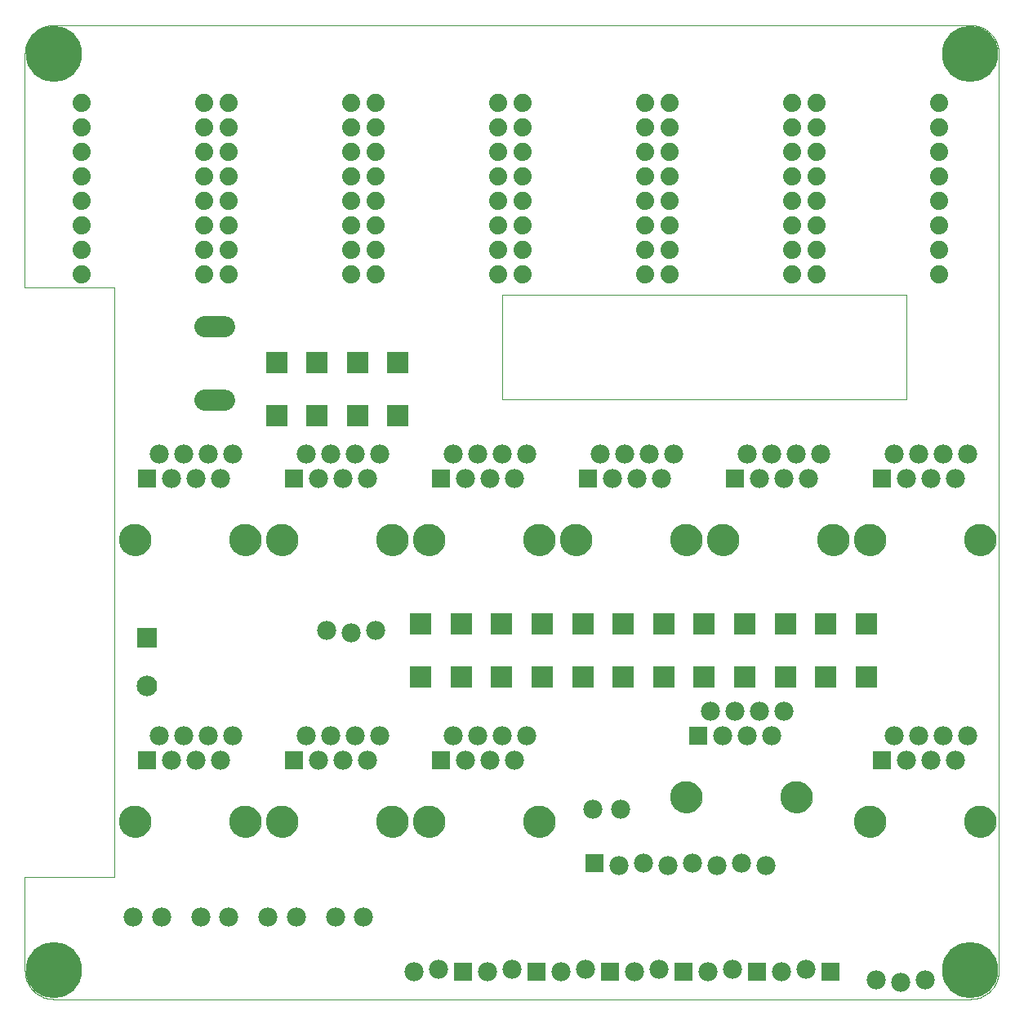
<source format=gbs>
G75*
G70*
%OFA0B0*%
%FSLAX24Y24*%
%IPPOS*%
%LPD*%
%AMOC8*
5,1,8,0,0,1.08239X$1,22.5*
%
%ADD10C,0.0040*%
%ADD11R,0.0780X0.0780*%
%ADD12C,0.0780*%
%ADD13C,0.0740*%
%ADD14C,0.0865*%
%ADD15C,0.0000*%
%ADD16C,0.1300*%
%ADD17R,0.0867X0.0867*%
%ADD18R,0.0840X0.0840*%
%ADD19C,0.0840*%
%ADD20C,0.2290*%
D10*
X001331Y000169D02*
X038733Y000169D01*
X038799Y000171D01*
X038865Y000176D01*
X038931Y000186D01*
X038996Y000199D01*
X039060Y000215D01*
X039123Y000235D01*
X039185Y000259D01*
X039245Y000286D01*
X039304Y000316D01*
X039361Y000350D01*
X039416Y000387D01*
X039469Y000427D01*
X039520Y000469D01*
X039568Y000515D01*
X039614Y000563D01*
X039656Y000614D01*
X039696Y000667D01*
X039733Y000722D01*
X039767Y000779D01*
X039797Y000838D01*
X039824Y000898D01*
X039848Y000960D01*
X039868Y001023D01*
X039884Y001087D01*
X039897Y001152D01*
X039907Y001218D01*
X039912Y001284D01*
X039914Y001350D01*
X039914Y038751D01*
X039912Y038817D01*
X039907Y038883D01*
X039897Y038949D01*
X039884Y039014D01*
X039868Y039078D01*
X039848Y039141D01*
X039824Y039203D01*
X039797Y039263D01*
X039767Y039322D01*
X039733Y039379D01*
X039696Y039434D01*
X039656Y039487D01*
X039614Y039538D01*
X039568Y039586D01*
X039520Y039632D01*
X039469Y039674D01*
X039416Y039714D01*
X039361Y039751D01*
X039304Y039785D01*
X039245Y039815D01*
X039185Y039842D01*
X039123Y039866D01*
X039060Y039886D01*
X038996Y039902D01*
X038931Y039915D01*
X038865Y039925D01*
X038799Y039930D01*
X038733Y039932D01*
X038733Y039933D02*
X001331Y039933D01*
X001331Y039932D02*
X001265Y039930D01*
X001199Y039925D01*
X001133Y039915D01*
X001068Y039902D01*
X001004Y039886D01*
X000941Y039866D01*
X000879Y039842D01*
X000819Y039815D01*
X000760Y039785D01*
X000703Y039751D01*
X000648Y039714D01*
X000595Y039674D01*
X000544Y039632D01*
X000496Y039586D01*
X000450Y039538D01*
X000408Y039487D01*
X000368Y039434D01*
X000331Y039379D01*
X000297Y039322D01*
X000267Y039263D01*
X000240Y039203D01*
X000216Y039141D01*
X000196Y039078D01*
X000180Y039014D01*
X000167Y038949D01*
X000157Y038883D01*
X000152Y038817D01*
X000150Y038751D01*
X000150Y029205D01*
X003792Y029205D01*
X003792Y005147D01*
X000150Y005147D01*
X000150Y001350D01*
X000152Y001284D01*
X000157Y001218D01*
X000167Y001152D01*
X000180Y001087D01*
X000196Y001023D01*
X000216Y000960D01*
X000240Y000898D01*
X000267Y000838D01*
X000297Y000779D01*
X000331Y000722D01*
X000368Y000667D01*
X000408Y000614D01*
X000450Y000563D01*
X000496Y000515D01*
X000544Y000469D01*
X000595Y000427D01*
X000648Y000387D01*
X000703Y000350D01*
X000760Y000316D01*
X000819Y000286D01*
X000879Y000259D01*
X000941Y000235D01*
X001004Y000215D01*
X001068Y000199D01*
X001133Y000186D01*
X001199Y000176D01*
X001265Y000171D01*
X001331Y000169D01*
X019650Y024669D02*
X036150Y024669D01*
X036150Y028919D01*
X019650Y028919D01*
X019650Y024669D01*
D11*
X017150Y021419D03*
X011150Y021419D03*
X005150Y021419D03*
X005150Y009919D03*
X011150Y009919D03*
X017150Y009919D03*
X023400Y005719D03*
X024024Y001275D03*
X021024Y001275D03*
X018024Y001275D03*
X027024Y001275D03*
X030024Y001275D03*
X033024Y001275D03*
X035150Y009919D03*
X027650Y010919D03*
X029150Y021419D03*
X023150Y021419D03*
X035150Y021419D03*
D12*
X036150Y021419D03*
X035650Y022419D03*
X036650Y022419D03*
X037150Y021419D03*
X038150Y021419D03*
X037650Y022419D03*
X038650Y022419D03*
X032650Y022419D03*
X032150Y021419D03*
X031150Y021419D03*
X030650Y022419D03*
X031650Y022419D03*
X030150Y021419D03*
X029650Y022419D03*
X026650Y022419D03*
X026150Y021419D03*
X025150Y021419D03*
X024650Y022419D03*
X025650Y022419D03*
X024150Y021419D03*
X023650Y022419D03*
X020650Y022419D03*
X020150Y021419D03*
X019650Y022419D03*
X018650Y022419D03*
X018150Y021419D03*
X019150Y021419D03*
X017650Y022419D03*
X014650Y022419D03*
X014150Y021419D03*
X013650Y022419D03*
X012650Y022419D03*
X012150Y021419D03*
X013150Y021419D03*
X011650Y022419D03*
X008650Y022419D03*
X008150Y021419D03*
X007650Y022419D03*
X006650Y022419D03*
X005650Y022419D03*
X006150Y021419D03*
X007150Y021419D03*
X012463Y015219D03*
X013463Y015119D03*
X014463Y015219D03*
X014650Y010919D03*
X013650Y010919D03*
X012650Y010919D03*
X011650Y010919D03*
X012150Y009919D03*
X013150Y009919D03*
X014150Y009919D03*
X017650Y010919D03*
X018650Y010919D03*
X019650Y010919D03*
X020650Y010919D03*
X020150Y009919D03*
X019150Y009919D03*
X018150Y009919D03*
X023330Y007919D03*
X024470Y007919D03*
X025400Y005719D03*
X026400Y005619D03*
X027400Y005719D03*
X028400Y005619D03*
X029400Y005719D03*
X030400Y005619D03*
X031024Y001275D03*
X032024Y001375D03*
X034900Y000969D03*
X035900Y000869D03*
X036900Y000969D03*
X029024Y001375D03*
X028024Y001275D03*
X026024Y001375D03*
X025024Y001275D03*
X023024Y001375D03*
X022024Y001275D03*
X020024Y001375D03*
X019024Y001275D03*
X017024Y001375D03*
X016024Y001275D03*
X013970Y003519D03*
X012830Y003519D03*
X011220Y003519D03*
X010080Y003519D03*
X008470Y003519D03*
X007330Y003519D03*
X005720Y003519D03*
X004580Y003519D03*
X006150Y009919D03*
X007150Y009919D03*
X008150Y009919D03*
X007650Y010919D03*
X006650Y010919D03*
X005650Y010919D03*
X008650Y010919D03*
X024400Y005619D03*
X028650Y010919D03*
X029650Y010919D03*
X029150Y011919D03*
X030150Y011919D03*
X030650Y010919D03*
X031150Y011919D03*
X028150Y011919D03*
X035650Y010919D03*
X036650Y010919D03*
X037650Y010919D03*
X038650Y010919D03*
X038150Y009919D03*
X037150Y009919D03*
X036150Y009919D03*
D13*
X037478Y029750D03*
X037478Y030750D03*
X037478Y031750D03*
X037478Y032750D03*
X037478Y033750D03*
X037478Y034750D03*
X037478Y035750D03*
X037478Y036750D03*
X032478Y036750D03*
X031478Y036750D03*
X031478Y035750D03*
X031478Y034750D03*
X032478Y034750D03*
X032478Y035750D03*
X032478Y033750D03*
X031478Y033750D03*
X031478Y032750D03*
X032478Y032750D03*
X032478Y031750D03*
X031478Y031750D03*
X031478Y030750D03*
X032478Y030750D03*
X032478Y029750D03*
X031478Y029750D03*
X026478Y029750D03*
X025478Y029750D03*
X025478Y030750D03*
X025478Y031750D03*
X026478Y031750D03*
X026478Y030750D03*
X026478Y032750D03*
X025478Y032750D03*
X025478Y033750D03*
X026478Y033750D03*
X026478Y034750D03*
X025478Y034750D03*
X025478Y035750D03*
X026478Y035750D03*
X026478Y036750D03*
X025478Y036750D03*
X020478Y036750D03*
X019478Y036750D03*
X019478Y035750D03*
X019478Y034750D03*
X020478Y034750D03*
X020478Y035750D03*
X020478Y033750D03*
X019478Y033750D03*
X019478Y032750D03*
X020478Y032750D03*
X020478Y031750D03*
X019478Y031750D03*
X019478Y030750D03*
X020478Y030750D03*
X020478Y029750D03*
X019478Y029750D03*
X014478Y029750D03*
X013478Y029750D03*
X013478Y030750D03*
X013478Y031750D03*
X014478Y031750D03*
X014478Y030750D03*
X014478Y032750D03*
X013478Y032750D03*
X013478Y033750D03*
X014478Y033750D03*
X014478Y034750D03*
X013478Y034750D03*
X013478Y035750D03*
X014478Y035750D03*
X014478Y036750D03*
X013478Y036750D03*
X008478Y036750D03*
X007481Y036750D03*
X007481Y035750D03*
X007481Y034750D03*
X008478Y034750D03*
X008478Y035750D03*
X008478Y033750D03*
X008478Y032750D03*
X007481Y032750D03*
X007481Y033750D03*
X007481Y031750D03*
X007481Y030750D03*
X008478Y030750D03*
X008478Y031750D03*
X008478Y029750D03*
X007481Y029750D03*
X002481Y029750D03*
X002481Y030750D03*
X002481Y031750D03*
X002481Y032750D03*
X002481Y033750D03*
X002481Y034750D03*
X002481Y035750D03*
X002481Y036750D03*
D14*
X007488Y027606D02*
X008313Y027606D01*
X008313Y024606D02*
X007488Y024606D01*
D15*
X008520Y018919D02*
X008522Y018969D01*
X008528Y019019D01*
X008538Y019068D01*
X008552Y019116D01*
X008569Y019163D01*
X008590Y019208D01*
X008615Y019252D01*
X008643Y019293D01*
X008675Y019332D01*
X008709Y019369D01*
X008746Y019403D01*
X008786Y019433D01*
X008828Y019460D01*
X008872Y019484D01*
X008918Y019505D01*
X008965Y019521D01*
X009013Y019534D01*
X009063Y019543D01*
X009112Y019548D01*
X009163Y019549D01*
X009213Y019546D01*
X009262Y019539D01*
X009311Y019528D01*
X009359Y019513D01*
X009405Y019495D01*
X009450Y019473D01*
X009493Y019447D01*
X009534Y019418D01*
X009573Y019386D01*
X009609Y019351D01*
X009641Y019313D01*
X009671Y019273D01*
X009698Y019230D01*
X009721Y019186D01*
X009740Y019140D01*
X009756Y019092D01*
X009768Y019043D01*
X009776Y018994D01*
X009780Y018944D01*
X009780Y018894D01*
X009776Y018844D01*
X009768Y018795D01*
X009756Y018746D01*
X009740Y018698D01*
X009721Y018652D01*
X009698Y018608D01*
X009671Y018565D01*
X009641Y018525D01*
X009609Y018487D01*
X009573Y018452D01*
X009534Y018420D01*
X009493Y018391D01*
X009450Y018365D01*
X009405Y018343D01*
X009359Y018325D01*
X009311Y018310D01*
X009262Y018299D01*
X009213Y018292D01*
X009163Y018289D01*
X009112Y018290D01*
X009063Y018295D01*
X009013Y018304D01*
X008965Y018317D01*
X008918Y018333D01*
X008872Y018354D01*
X008828Y018378D01*
X008786Y018405D01*
X008746Y018435D01*
X008709Y018469D01*
X008675Y018506D01*
X008643Y018545D01*
X008615Y018586D01*
X008590Y018630D01*
X008569Y018675D01*
X008552Y018722D01*
X008538Y018770D01*
X008528Y018819D01*
X008522Y018869D01*
X008520Y018919D01*
X010020Y018919D02*
X010022Y018969D01*
X010028Y019019D01*
X010038Y019068D01*
X010052Y019116D01*
X010069Y019163D01*
X010090Y019208D01*
X010115Y019252D01*
X010143Y019293D01*
X010175Y019332D01*
X010209Y019369D01*
X010246Y019403D01*
X010286Y019433D01*
X010328Y019460D01*
X010372Y019484D01*
X010418Y019505D01*
X010465Y019521D01*
X010513Y019534D01*
X010563Y019543D01*
X010612Y019548D01*
X010663Y019549D01*
X010713Y019546D01*
X010762Y019539D01*
X010811Y019528D01*
X010859Y019513D01*
X010905Y019495D01*
X010950Y019473D01*
X010993Y019447D01*
X011034Y019418D01*
X011073Y019386D01*
X011109Y019351D01*
X011141Y019313D01*
X011171Y019273D01*
X011198Y019230D01*
X011221Y019186D01*
X011240Y019140D01*
X011256Y019092D01*
X011268Y019043D01*
X011276Y018994D01*
X011280Y018944D01*
X011280Y018894D01*
X011276Y018844D01*
X011268Y018795D01*
X011256Y018746D01*
X011240Y018698D01*
X011221Y018652D01*
X011198Y018608D01*
X011171Y018565D01*
X011141Y018525D01*
X011109Y018487D01*
X011073Y018452D01*
X011034Y018420D01*
X010993Y018391D01*
X010950Y018365D01*
X010905Y018343D01*
X010859Y018325D01*
X010811Y018310D01*
X010762Y018299D01*
X010713Y018292D01*
X010663Y018289D01*
X010612Y018290D01*
X010563Y018295D01*
X010513Y018304D01*
X010465Y018317D01*
X010418Y018333D01*
X010372Y018354D01*
X010328Y018378D01*
X010286Y018405D01*
X010246Y018435D01*
X010209Y018469D01*
X010175Y018506D01*
X010143Y018545D01*
X010115Y018586D01*
X010090Y018630D01*
X010069Y018675D01*
X010052Y018722D01*
X010038Y018770D01*
X010028Y018819D01*
X010022Y018869D01*
X010020Y018919D01*
X014520Y018919D02*
X014522Y018969D01*
X014528Y019019D01*
X014538Y019068D01*
X014552Y019116D01*
X014569Y019163D01*
X014590Y019208D01*
X014615Y019252D01*
X014643Y019293D01*
X014675Y019332D01*
X014709Y019369D01*
X014746Y019403D01*
X014786Y019433D01*
X014828Y019460D01*
X014872Y019484D01*
X014918Y019505D01*
X014965Y019521D01*
X015013Y019534D01*
X015063Y019543D01*
X015112Y019548D01*
X015163Y019549D01*
X015213Y019546D01*
X015262Y019539D01*
X015311Y019528D01*
X015359Y019513D01*
X015405Y019495D01*
X015450Y019473D01*
X015493Y019447D01*
X015534Y019418D01*
X015573Y019386D01*
X015609Y019351D01*
X015641Y019313D01*
X015671Y019273D01*
X015698Y019230D01*
X015721Y019186D01*
X015740Y019140D01*
X015756Y019092D01*
X015768Y019043D01*
X015776Y018994D01*
X015780Y018944D01*
X015780Y018894D01*
X015776Y018844D01*
X015768Y018795D01*
X015756Y018746D01*
X015740Y018698D01*
X015721Y018652D01*
X015698Y018608D01*
X015671Y018565D01*
X015641Y018525D01*
X015609Y018487D01*
X015573Y018452D01*
X015534Y018420D01*
X015493Y018391D01*
X015450Y018365D01*
X015405Y018343D01*
X015359Y018325D01*
X015311Y018310D01*
X015262Y018299D01*
X015213Y018292D01*
X015163Y018289D01*
X015112Y018290D01*
X015063Y018295D01*
X015013Y018304D01*
X014965Y018317D01*
X014918Y018333D01*
X014872Y018354D01*
X014828Y018378D01*
X014786Y018405D01*
X014746Y018435D01*
X014709Y018469D01*
X014675Y018506D01*
X014643Y018545D01*
X014615Y018586D01*
X014590Y018630D01*
X014569Y018675D01*
X014552Y018722D01*
X014538Y018770D01*
X014528Y018819D01*
X014522Y018869D01*
X014520Y018919D01*
X016020Y018919D02*
X016022Y018969D01*
X016028Y019019D01*
X016038Y019068D01*
X016052Y019116D01*
X016069Y019163D01*
X016090Y019208D01*
X016115Y019252D01*
X016143Y019293D01*
X016175Y019332D01*
X016209Y019369D01*
X016246Y019403D01*
X016286Y019433D01*
X016328Y019460D01*
X016372Y019484D01*
X016418Y019505D01*
X016465Y019521D01*
X016513Y019534D01*
X016563Y019543D01*
X016612Y019548D01*
X016663Y019549D01*
X016713Y019546D01*
X016762Y019539D01*
X016811Y019528D01*
X016859Y019513D01*
X016905Y019495D01*
X016950Y019473D01*
X016993Y019447D01*
X017034Y019418D01*
X017073Y019386D01*
X017109Y019351D01*
X017141Y019313D01*
X017171Y019273D01*
X017198Y019230D01*
X017221Y019186D01*
X017240Y019140D01*
X017256Y019092D01*
X017268Y019043D01*
X017276Y018994D01*
X017280Y018944D01*
X017280Y018894D01*
X017276Y018844D01*
X017268Y018795D01*
X017256Y018746D01*
X017240Y018698D01*
X017221Y018652D01*
X017198Y018608D01*
X017171Y018565D01*
X017141Y018525D01*
X017109Y018487D01*
X017073Y018452D01*
X017034Y018420D01*
X016993Y018391D01*
X016950Y018365D01*
X016905Y018343D01*
X016859Y018325D01*
X016811Y018310D01*
X016762Y018299D01*
X016713Y018292D01*
X016663Y018289D01*
X016612Y018290D01*
X016563Y018295D01*
X016513Y018304D01*
X016465Y018317D01*
X016418Y018333D01*
X016372Y018354D01*
X016328Y018378D01*
X016286Y018405D01*
X016246Y018435D01*
X016209Y018469D01*
X016175Y018506D01*
X016143Y018545D01*
X016115Y018586D01*
X016090Y018630D01*
X016069Y018675D01*
X016052Y018722D01*
X016038Y018770D01*
X016028Y018819D01*
X016022Y018869D01*
X016020Y018919D01*
X020520Y018919D02*
X020522Y018969D01*
X020528Y019019D01*
X020538Y019068D01*
X020552Y019116D01*
X020569Y019163D01*
X020590Y019208D01*
X020615Y019252D01*
X020643Y019293D01*
X020675Y019332D01*
X020709Y019369D01*
X020746Y019403D01*
X020786Y019433D01*
X020828Y019460D01*
X020872Y019484D01*
X020918Y019505D01*
X020965Y019521D01*
X021013Y019534D01*
X021063Y019543D01*
X021112Y019548D01*
X021163Y019549D01*
X021213Y019546D01*
X021262Y019539D01*
X021311Y019528D01*
X021359Y019513D01*
X021405Y019495D01*
X021450Y019473D01*
X021493Y019447D01*
X021534Y019418D01*
X021573Y019386D01*
X021609Y019351D01*
X021641Y019313D01*
X021671Y019273D01*
X021698Y019230D01*
X021721Y019186D01*
X021740Y019140D01*
X021756Y019092D01*
X021768Y019043D01*
X021776Y018994D01*
X021780Y018944D01*
X021780Y018894D01*
X021776Y018844D01*
X021768Y018795D01*
X021756Y018746D01*
X021740Y018698D01*
X021721Y018652D01*
X021698Y018608D01*
X021671Y018565D01*
X021641Y018525D01*
X021609Y018487D01*
X021573Y018452D01*
X021534Y018420D01*
X021493Y018391D01*
X021450Y018365D01*
X021405Y018343D01*
X021359Y018325D01*
X021311Y018310D01*
X021262Y018299D01*
X021213Y018292D01*
X021163Y018289D01*
X021112Y018290D01*
X021063Y018295D01*
X021013Y018304D01*
X020965Y018317D01*
X020918Y018333D01*
X020872Y018354D01*
X020828Y018378D01*
X020786Y018405D01*
X020746Y018435D01*
X020709Y018469D01*
X020675Y018506D01*
X020643Y018545D01*
X020615Y018586D01*
X020590Y018630D01*
X020569Y018675D01*
X020552Y018722D01*
X020538Y018770D01*
X020528Y018819D01*
X020522Y018869D01*
X020520Y018919D01*
X022020Y018919D02*
X022022Y018969D01*
X022028Y019019D01*
X022038Y019068D01*
X022052Y019116D01*
X022069Y019163D01*
X022090Y019208D01*
X022115Y019252D01*
X022143Y019293D01*
X022175Y019332D01*
X022209Y019369D01*
X022246Y019403D01*
X022286Y019433D01*
X022328Y019460D01*
X022372Y019484D01*
X022418Y019505D01*
X022465Y019521D01*
X022513Y019534D01*
X022563Y019543D01*
X022612Y019548D01*
X022663Y019549D01*
X022713Y019546D01*
X022762Y019539D01*
X022811Y019528D01*
X022859Y019513D01*
X022905Y019495D01*
X022950Y019473D01*
X022993Y019447D01*
X023034Y019418D01*
X023073Y019386D01*
X023109Y019351D01*
X023141Y019313D01*
X023171Y019273D01*
X023198Y019230D01*
X023221Y019186D01*
X023240Y019140D01*
X023256Y019092D01*
X023268Y019043D01*
X023276Y018994D01*
X023280Y018944D01*
X023280Y018894D01*
X023276Y018844D01*
X023268Y018795D01*
X023256Y018746D01*
X023240Y018698D01*
X023221Y018652D01*
X023198Y018608D01*
X023171Y018565D01*
X023141Y018525D01*
X023109Y018487D01*
X023073Y018452D01*
X023034Y018420D01*
X022993Y018391D01*
X022950Y018365D01*
X022905Y018343D01*
X022859Y018325D01*
X022811Y018310D01*
X022762Y018299D01*
X022713Y018292D01*
X022663Y018289D01*
X022612Y018290D01*
X022563Y018295D01*
X022513Y018304D01*
X022465Y018317D01*
X022418Y018333D01*
X022372Y018354D01*
X022328Y018378D01*
X022286Y018405D01*
X022246Y018435D01*
X022209Y018469D01*
X022175Y018506D01*
X022143Y018545D01*
X022115Y018586D01*
X022090Y018630D01*
X022069Y018675D01*
X022052Y018722D01*
X022038Y018770D01*
X022028Y018819D01*
X022022Y018869D01*
X022020Y018919D01*
X026520Y018919D02*
X026522Y018969D01*
X026528Y019019D01*
X026538Y019068D01*
X026552Y019116D01*
X026569Y019163D01*
X026590Y019208D01*
X026615Y019252D01*
X026643Y019293D01*
X026675Y019332D01*
X026709Y019369D01*
X026746Y019403D01*
X026786Y019433D01*
X026828Y019460D01*
X026872Y019484D01*
X026918Y019505D01*
X026965Y019521D01*
X027013Y019534D01*
X027063Y019543D01*
X027112Y019548D01*
X027163Y019549D01*
X027213Y019546D01*
X027262Y019539D01*
X027311Y019528D01*
X027359Y019513D01*
X027405Y019495D01*
X027450Y019473D01*
X027493Y019447D01*
X027534Y019418D01*
X027573Y019386D01*
X027609Y019351D01*
X027641Y019313D01*
X027671Y019273D01*
X027698Y019230D01*
X027721Y019186D01*
X027740Y019140D01*
X027756Y019092D01*
X027768Y019043D01*
X027776Y018994D01*
X027780Y018944D01*
X027780Y018894D01*
X027776Y018844D01*
X027768Y018795D01*
X027756Y018746D01*
X027740Y018698D01*
X027721Y018652D01*
X027698Y018608D01*
X027671Y018565D01*
X027641Y018525D01*
X027609Y018487D01*
X027573Y018452D01*
X027534Y018420D01*
X027493Y018391D01*
X027450Y018365D01*
X027405Y018343D01*
X027359Y018325D01*
X027311Y018310D01*
X027262Y018299D01*
X027213Y018292D01*
X027163Y018289D01*
X027112Y018290D01*
X027063Y018295D01*
X027013Y018304D01*
X026965Y018317D01*
X026918Y018333D01*
X026872Y018354D01*
X026828Y018378D01*
X026786Y018405D01*
X026746Y018435D01*
X026709Y018469D01*
X026675Y018506D01*
X026643Y018545D01*
X026615Y018586D01*
X026590Y018630D01*
X026569Y018675D01*
X026552Y018722D01*
X026538Y018770D01*
X026528Y018819D01*
X026522Y018869D01*
X026520Y018919D01*
X028020Y018919D02*
X028022Y018969D01*
X028028Y019019D01*
X028038Y019068D01*
X028052Y019116D01*
X028069Y019163D01*
X028090Y019208D01*
X028115Y019252D01*
X028143Y019293D01*
X028175Y019332D01*
X028209Y019369D01*
X028246Y019403D01*
X028286Y019433D01*
X028328Y019460D01*
X028372Y019484D01*
X028418Y019505D01*
X028465Y019521D01*
X028513Y019534D01*
X028563Y019543D01*
X028612Y019548D01*
X028663Y019549D01*
X028713Y019546D01*
X028762Y019539D01*
X028811Y019528D01*
X028859Y019513D01*
X028905Y019495D01*
X028950Y019473D01*
X028993Y019447D01*
X029034Y019418D01*
X029073Y019386D01*
X029109Y019351D01*
X029141Y019313D01*
X029171Y019273D01*
X029198Y019230D01*
X029221Y019186D01*
X029240Y019140D01*
X029256Y019092D01*
X029268Y019043D01*
X029276Y018994D01*
X029280Y018944D01*
X029280Y018894D01*
X029276Y018844D01*
X029268Y018795D01*
X029256Y018746D01*
X029240Y018698D01*
X029221Y018652D01*
X029198Y018608D01*
X029171Y018565D01*
X029141Y018525D01*
X029109Y018487D01*
X029073Y018452D01*
X029034Y018420D01*
X028993Y018391D01*
X028950Y018365D01*
X028905Y018343D01*
X028859Y018325D01*
X028811Y018310D01*
X028762Y018299D01*
X028713Y018292D01*
X028663Y018289D01*
X028612Y018290D01*
X028563Y018295D01*
X028513Y018304D01*
X028465Y018317D01*
X028418Y018333D01*
X028372Y018354D01*
X028328Y018378D01*
X028286Y018405D01*
X028246Y018435D01*
X028209Y018469D01*
X028175Y018506D01*
X028143Y018545D01*
X028115Y018586D01*
X028090Y018630D01*
X028069Y018675D01*
X028052Y018722D01*
X028038Y018770D01*
X028028Y018819D01*
X028022Y018869D01*
X028020Y018919D01*
X032520Y018919D02*
X032522Y018969D01*
X032528Y019019D01*
X032538Y019068D01*
X032552Y019116D01*
X032569Y019163D01*
X032590Y019208D01*
X032615Y019252D01*
X032643Y019293D01*
X032675Y019332D01*
X032709Y019369D01*
X032746Y019403D01*
X032786Y019433D01*
X032828Y019460D01*
X032872Y019484D01*
X032918Y019505D01*
X032965Y019521D01*
X033013Y019534D01*
X033063Y019543D01*
X033112Y019548D01*
X033163Y019549D01*
X033213Y019546D01*
X033262Y019539D01*
X033311Y019528D01*
X033359Y019513D01*
X033405Y019495D01*
X033450Y019473D01*
X033493Y019447D01*
X033534Y019418D01*
X033573Y019386D01*
X033609Y019351D01*
X033641Y019313D01*
X033671Y019273D01*
X033698Y019230D01*
X033721Y019186D01*
X033740Y019140D01*
X033756Y019092D01*
X033768Y019043D01*
X033776Y018994D01*
X033780Y018944D01*
X033780Y018894D01*
X033776Y018844D01*
X033768Y018795D01*
X033756Y018746D01*
X033740Y018698D01*
X033721Y018652D01*
X033698Y018608D01*
X033671Y018565D01*
X033641Y018525D01*
X033609Y018487D01*
X033573Y018452D01*
X033534Y018420D01*
X033493Y018391D01*
X033450Y018365D01*
X033405Y018343D01*
X033359Y018325D01*
X033311Y018310D01*
X033262Y018299D01*
X033213Y018292D01*
X033163Y018289D01*
X033112Y018290D01*
X033063Y018295D01*
X033013Y018304D01*
X032965Y018317D01*
X032918Y018333D01*
X032872Y018354D01*
X032828Y018378D01*
X032786Y018405D01*
X032746Y018435D01*
X032709Y018469D01*
X032675Y018506D01*
X032643Y018545D01*
X032615Y018586D01*
X032590Y018630D01*
X032569Y018675D01*
X032552Y018722D01*
X032538Y018770D01*
X032528Y018819D01*
X032522Y018869D01*
X032520Y018919D01*
X034020Y018919D02*
X034022Y018969D01*
X034028Y019019D01*
X034038Y019068D01*
X034052Y019116D01*
X034069Y019163D01*
X034090Y019208D01*
X034115Y019252D01*
X034143Y019293D01*
X034175Y019332D01*
X034209Y019369D01*
X034246Y019403D01*
X034286Y019433D01*
X034328Y019460D01*
X034372Y019484D01*
X034418Y019505D01*
X034465Y019521D01*
X034513Y019534D01*
X034563Y019543D01*
X034612Y019548D01*
X034663Y019549D01*
X034713Y019546D01*
X034762Y019539D01*
X034811Y019528D01*
X034859Y019513D01*
X034905Y019495D01*
X034950Y019473D01*
X034993Y019447D01*
X035034Y019418D01*
X035073Y019386D01*
X035109Y019351D01*
X035141Y019313D01*
X035171Y019273D01*
X035198Y019230D01*
X035221Y019186D01*
X035240Y019140D01*
X035256Y019092D01*
X035268Y019043D01*
X035276Y018994D01*
X035280Y018944D01*
X035280Y018894D01*
X035276Y018844D01*
X035268Y018795D01*
X035256Y018746D01*
X035240Y018698D01*
X035221Y018652D01*
X035198Y018608D01*
X035171Y018565D01*
X035141Y018525D01*
X035109Y018487D01*
X035073Y018452D01*
X035034Y018420D01*
X034993Y018391D01*
X034950Y018365D01*
X034905Y018343D01*
X034859Y018325D01*
X034811Y018310D01*
X034762Y018299D01*
X034713Y018292D01*
X034663Y018289D01*
X034612Y018290D01*
X034563Y018295D01*
X034513Y018304D01*
X034465Y018317D01*
X034418Y018333D01*
X034372Y018354D01*
X034328Y018378D01*
X034286Y018405D01*
X034246Y018435D01*
X034209Y018469D01*
X034175Y018506D01*
X034143Y018545D01*
X034115Y018586D01*
X034090Y018630D01*
X034069Y018675D01*
X034052Y018722D01*
X034038Y018770D01*
X034028Y018819D01*
X034022Y018869D01*
X034020Y018919D01*
X038520Y018919D02*
X038522Y018969D01*
X038528Y019019D01*
X038538Y019068D01*
X038552Y019116D01*
X038569Y019163D01*
X038590Y019208D01*
X038615Y019252D01*
X038643Y019293D01*
X038675Y019332D01*
X038709Y019369D01*
X038746Y019403D01*
X038786Y019433D01*
X038828Y019460D01*
X038872Y019484D01*
X038918Y019505D01*
X038965Y019521D01*
X039013Y019534D01*
X039063Y019543D01*
X039112Y019548D01*
X039163Y019549D01*
X039213Y019546D01*
X039262Y019539D01*
X039311Y019528D01*
X039359Y019513D01*
X039405Y019495D01*
X039450Y019473D01*
X039493Y019447D01*
X039534Y019418D01*
X039573Y019386D01*
X039609Y019351D01*
X039641Y019313D01*
X039671Y019273D01*
X039698Y019230D01*
X039721Y019186D01*
X039740Y019140D01*
X039756Y019092D01*
X039768Y019043D01*
X039776Y018994D01*
X039780Y018944D01*
X039780Y018894D01*
X039776Y018844D01*
X039768Y018795D01*
X039756Y018746D01*
X039740Y018698D01*
X039721Y018652D01*
X039698Y018608D01*
X039671Y018565D01*
X039641Y018525D01*
X039609Y018487D01*
X039573Y018452D01*
X039534Y018420D01*
X039493Y018391D01*
X039450Y018365D01*
X039405Y018343D01*
X039359Y018325D01*
X039311Y018310D01*
X039262Y018299D01*
X039213Y018292D01*
X039163Y018289D01*
X039112Y018290D01*
X039063Y018295D01*
X039013Y018304D01*
X038965Y018317D01*
X038918Y018333D01*
X038872Y018354D01*
X038828Y018378D01*
X038786Y018405D01*
X038746Y018435D01*
X038709Y018469D01*
X038675Y018506D01*
X038643Y018545D01*
X038615Y018586D01*
X038590Y018630D01*
X038569Y018675D01*
X038552Y018722D01*
X038538Y018770D01*
X038528Y018819D01*
X038522Y018869D01*
X038520Y018919D01*
X031020Y008419D02*
X031022Y008469D01*
X031028Y008519D01*
X031038Y008568D01*
X031052Y008616D01*
X031069Y008663D01*
X031090Y008708D01*
X031115Y008752D01*
X031143Y008793D01*
X031175Y008832D01*
X031209Y008869D01*
X031246Y008903D01*
X031286Y008933D01*
X031328Y008960D01*
X031372Y008984D01*
X031418Y009005D01*
X031465Y009021D01*
X031513Y009034D01*
X031563Y009043D01*
X031612Y009048D01*
X031663Y009049D01*
X031713Y009046D01*
X031762Y009039D01*
X031811Y009028D01*
X031859Y009013D01*
X031905Y008995D01*
X031950Y008973D01*
X031993Y008947D01*
X032034Y008918D01*
X032073Y008886D01*
X032109Y008851D01*
X032141Y008813D01*
X032171Y008773D01*
X032198Y008730D01*
X032221Y008686D01*
X032240Y008640D01*
X032256Y008592D01*
X032268Y008543D01*
X032276Y008494D01*
X032280Y008444D01*
X032280Y008394D01*
X032276Y008344D01*
X032268Y008295D01*
X032256Y008246D01*
X032240Y008198D01*
X032221Y008152D01*
X032198Y008108D01*
X032171Y008065D01*
X032141Y008025D01*
X032109Y007987D01*
X032073Y007952D01*
X032034Y007920D01*
X031993Y007891D01*
X031950Y007865D01*
X031905Y007843D01*
X031859Y007825D01*
X031811Y007810D01*
X031762Y007799D01*
X031713Y007792D01*
X031663Y007789D01*
X031612Y007790D01*
X031563Y007795D01*
X031513Y007804D01*
X031465Y007817D01*
X031418Y007833D01*
X031372Y007854D01*
X031328Y007878D01*
X031286Y007905D01*
X031246Y007935D01*
X031209Y007969D01*
X031175Y008006D01*
X031143Y008045D01*
X031115Y008086D01*
X031090Y008130D01*
X031069Y008175D01*
X031052Y008222D01*
X031038Y008270D01*
X031028Y008319D01*
X031022Y008369D01*
X031020Y008419D01*
X034020Y007419D02*
X034022Y007469D01*
X034028Y007519D01*
X034038Y007568D01*
X034052Y007616D01*
X034069Y007663D01*
X034090Y007708D01*
X034115Y007752D01*
X034143Y007793D01*
X034175Y007832D01*
X034209Y007869D01*
X034246Y007903D01*
X034286Y007933D01*
X034328Y007960D01*
X034372Y007984D01*
X034418Y008005D01*
X034465Y008021D01*
X034513Y008034D01*
X034563Y008043D01*
X034612Y008048D01*
X034663Y008049D01*
X034713Y008046D01*
X034762Y008039D01*
X034811Y008028D01*
X034859Y008013D01*
X034905Y007995D01*
X034950Y007973D01*
X034993Y007947D01*
X035034Y007918D01*
X035073Y007886D01*
X035109Y007851D01*
X035141Y007813D01*
X035171Y007773D01*
X035198Y007730D01*
X035221Y007686D01*
X035240Y007640D01*
X035256Y007592D01*
X035268Y007543D01*
X035276Y007494D01*
X035280Y007444D01*
X035280Y007394D01*
X035276Y007344D01*
X035268Y007295D01*
X035256Y007246D01*
X035240Y007198D01*
X035221Y007152D01*
X035198Y007108D01*
X035171Y007065D01*
X035141Y007025D01*
X035109Y006987D01*
X035073Y006952D01*
X035034Y006920D01*
X034993Y006891D01*
X034950Y006865D01*
X034905Y006843D01*
X034859Y006825D01*
X034811Y006810D01*
X034762Y006799D01*
X034713Y006792D01*
X034663Y006789D01*
X034612Y006790D01*
X034563Y006795D01*
X034513Y006804D01*
X034465Y006817D01*
X034418Y006833D01*
X034372Y006854D01*
X034328Y006878D01*
X034286Y006905D01*
X034246Y006935D01*
X034209Y006969D01*
X034175Y007006D01*
X034143Y007045D01*
X034115Y007086D01*
X034090Y007130D01*
X034069Y007175D01*
X034052Y007222D01*
X034038Y007270D01*
X034028Y007319D01*
X034022Y007369D01*
X034020Y007419D01*
X038520Y007419D02*
X038522Y007469D01*
X038528Y007519D01*
X038538Y007568D01*
X038552Y007616D01*
X038569Y007663D01*
X038590Y007708D01*
X038615Y007752D01*
X038643Y007793D01*
X038675Y007832D01*
X038709Y007869D01*
X038746Y007903D01*
X038786Y007933D01*
X038828Y007960D01*
X038872Y007984D01*
X038918Y008005D01*
X038965Y008021D01*
X039013Y008034D01*
X039063Y008043D01*
X039112Y008048D01*
X039163Y008049D01*
X039213Y008046D01*
X039262Y008039D01*
X039311Y008028D01*
X039359Y008013D01*
X039405Y007995D01*
X039450Y007973D01*
X039493Y007947D01*
X039534Y007918D01*
X039573Y007886D01*
X039609Y007851D01*
X039641Y007813D01*
X039671Y007773D01*
X039698Y007730D01*
X039721Y007686D01*
X039740Y007640D01*
X039756Y007592D01*
X039768Y007543D01*
X039776Y007494D01*
X039780Y007444D01*
X039780Y007394D01*
X039776Y007344D01*
X039768Y007295D01*
X039756Y007246D01*
X039740Y007198D01*
X039721Y007152D01*
X039698Y007108D01*
X039671Y007065D01*
X039641Y007025D01*
X039609Y006987D01*
X039573Y006952D01*
X039534Y006920D01*
X039493Y006891D01*
X039450Y006865D01*
X039405Y006843D01*
X039359Y006825D01*
X039311Y006810D01*
X039262Y006799D01*
X039213Y006792D01*
X039163Y006789D01*
X039112Y006790D01*
X039063Y006795D01*
X039013Y006804D01*
X038965Y006817D01*
X038918Y006833D01*
X038872Y006854D01*
X038828Y006878D01*
X038786Y006905D01*
X038746Y006935D01*
X038709Y006969D01*
X038675Y007006D01*
X038643Y007045D01*
X038615Y007086D01*
X038590Y007130D01*
X038569Y007175D01*
X038552Y007222D01*
X038538Y007270D01*
X038528Y007319D01*
X038522Y007369D01*
X038520Y007419D01*
X026520Y008419D02*
X026522Y008469D01*
X026528Y008519D01*
X026538Y008568D01*
X026552Y008616D01*
X026569Y008663D01*
X026590Y008708D01*
X026615Y008752D01*
X026643Y008793D01*
X026675Y008832D01*
X026709Y008869D01*
X026746Y008903D01*
X026786Y008933D01*
X026828Y008960D01*
X026872Y008984D01*
X026918Y009005D01*
X026965Y009021D01*
X027013Y009034D01*
X027063Y009043D01*
X027112Y009048D01*
X027163Y009049D01*
X027213Y009046D01*
X027262Y009039D01*
X027311Y009028D01*
X027359Y009013D01*
X027405Y008995D01*
X027450Y008973D01*
X027493Y008947D01*
X027534Y008918D01*
X027573Y008886D01*
X027609Y008851D01*
X027641Y008813D01*
X027671Y008773D01*
X027698Y008730D01*
X027721Y008686D01*
X027740Y008640D01*
X027756Y008592D01*
X027768Y008543D01*
X027776Y008494D01*
X027780Y008444D01*
X027780Y008394D01*
X027776Y008344D01*
X027768Y008295D01*
X027756Y008246D01*
X027740Y008198D01*
X027721Y008152D01*
X027698Y008108D01*
X027671Y008065D01*
X027641Y008025D01*
X027609Y007987D01*
X027573Y007952D01*
X027534Y007920D01*
X027493Y007891D01*
X027450Y007865D01*
X027405Y007843D01*
X027359Y007825D01*
X027311Y007810D01*
X027262Y007799D01*
X027213Y007792D01*
X027163Y007789D01*
X027112Y007790D01*
X027063Y007795D01*
X027013Y007804D01*
X026965Y007817D01*
X026918Y007833D01*
X026872Y007854D01*
X026828Y007878D01*
X026786Y007905D01*
X026746Y007935D01*
X026709Y007969D01*
X026675Y008006D01*
X026643Y008045D01*
X026615Y008086D01*
X026590Y008130D01*
X026569Y008175D01*
X026552Y008222D01*
X026538Y008270D01*
X026528Y008319D01*
X026522Y008369D01*
X026520Y008419D01*
X020520Y007419D02*
X020522Y007469D01*
X020528Y007519D01*
X020538Y007568D01*
X020552Y007616D01*
X020569Y007663D01*
X020590Y007708D01*
X020615Y007752D01*
X020643Y007793D01*
X020675Y007832D01*
X020709Y007869D01*
X020746Y007903D01*
X020786Y007933D01*
X020828Y007960D01*
X020872Y007984D01*
X020918Y008005D01*
X020965Y008021D01*
X021013Y008034D01*
X021063Y008043D01*
X021112Y008048D01*
X021163Y008049D01*
X021213Y008046D01*
X021262Y008039D01*
X021311Y008028D01*
X021359Y008013D01*
X021405Y007995D01*
X021450Y007973D01*
X021493Y007947D01*
X021534Y007918D01*
X021573Y007886D01*
X021609Y007851D01*
X021641Y007813D01*
X021671Y007773D01*
X021698Y007730D01*
X021721Y007686D01*
X021740Y007640D01*
X021756Y007592D01*
X021768Y007543D01*
X021776Y007494D01*
X021780Y007444D01*
X021780Y007394D01*
X021776Y007344D01*
X021768Y007295D01*
X021756Y007246D01*
X021740Y007198D01*
X021721Y007152D01*
X021698Y007108D01*
X021671Y007065D01*
X021641Y007025D01*
X021609Y006987D01*
X021573Y006952D01*
X021534Y006920D01*
X021493Y006891D01*
X021450Y006865D01*
X021405Y006843D01*
X021359Y006825D01*
X021311Y006810D01*
X021262Y006799D01*
X021213Y006792D01*
X021163Y006789D01*
X021112Y006790D01*
X021063Y006795D01*
X021013Y006804D01*
X020965Y006817D01*
X020918Y006833D01*
X020872Y006854D01*
X020828Y006878D01*
X020786Y006905D01*
X020746Y006935D01*
X020709Y006969D01*
X020675Y007006D01*
X020643Y007045D01*
X020615Y007086D01*
X020590Y007130D01*
X020569Y007175D01*
X020552Y007222D01*
X020538Y007270D01*
X020528Y007319D01*
X020522Y007369D01*
X020520Y007419D01*
X016020Y007419D02*
X016022Y007469D01*
X016028Y007519D01*
X016038Y007568D01*
X016052Y007616D01*
X016069Y007663D01*
X016090Y007708D01*
X016115Y007752D01*
X016143Y007793D01*
X016175Y007832D01*
X016209Y007869D01*
X016246Y007903D01*
X016286Y007933D01*
X016328Y007960D01*
X016372Y007984D01*
X016418Y008005D01*
X016465Y008021D01*
X016513Y008034D01*
X016563Y008043D01*
X016612Y008048D01*
X016663Y008049D01*
X016713Y008046D01*
X016762Y008039D01*
X016811Y008028D01*
X016859Y008013D01*
X016905Y007995D01*
X016950Y007973D01*
X016993Y007947D01*
X017034Y007918D01*
X017073Y007886D01*
X017109Y007851D01*
X017141Y007813D01*
X017171Y007773D01*
X017198Y007730D01*
X017221Y007686D01*
X017240Y007640D01*
X017256Y007592D01*
X017268Y007543D01*
X017276Y007494D01*
X017280Y007444D01*
X017280Y007394D01*
X017276Y007344D01*
X017268Y007295D01*
X017256Y007246D01*
X017240Y007198D01*
X017221Y007152D01*
X017198Y007108D01*
X017171Y007065D01*
X017141Y007025D01*
X017109Y006987D01*
X017073Y006952D01*
X017034Y006920D01*
X016993Y006891D01*
X016950Y006865D01*
X016905Y006843D01*
X016859Y006825D01*
X016811Y006810D01*
X016762Y006799D01*
X016713Y006792D01*
X016663Y006789D01*
X016612Y006790D01*
X016563Y006795D01*
X016513Y006804D01*
X016465Y006817D01*
X016418Y006833D01*
X016372Y006854D01*
X016328Y006878D01*
X016286Y006905D01*
X016246Y006935D01*
X016209Y006969D01*
X016175Y007006D01*
X016143Y007045D01*
X016115Y007086D01*
X016090Y007130D01*
X016069Y007175D01*
X016052Y007222D01*
X016038Y007270D01*
X016028Y007319D01*
X016022Y007369D01*
X016020Y007419D01*
X014520Y007419D02*
X014522Y007469D01*
X014528Y007519D01*
X014538Y007568D01*
X014552Y007616D01*
X014569Y007663D01*
X014590Y007708D01*
X014615Y007752D01*
X014643Y007793D01*
X014675Y007832D01*
X014709Y007869D01*
X014746Y007903D01*
X014786Y007933D01*
X014828Y007960D01*
X014872Y007984D01*
X014918Y008005D01*
X014965Y008021D01*
X015013Y008034D01*
X015063Y008043D01*
X015112Y008048D01*
X015163Y008049D01*
X015213Y008046D01*
X015262Y008039D01*
X015311Y008028D01*
X015359Y008013D01*
X015405Y007995D01*
X015450Y007973D01*
X015493Y007947D01*
X015534Y007918D01*
X015573Y007886D01*
X015609Y007851D01*
X015641Y007813D01*
X015671Y007773D01*
X015698Y007730D01*
X015721Y007686D01*
X015740Y007640D01*
X015756Y007592D01*
X015768Y007543D01*
X015776Y007494D01*
X015780Y007444D01*
X015780Y007394D01*
X015776Y007344D01*
X015768Y007295D01*
X015756Y007246D01*
X015740Y007198D01*
X015721Y007152D01*
X015698Y007108D01*
X015671Y007065D01*
X015641Y007025D01*
X015609Y006987D01*
X015573Y006952D01*
X015534Y006920D01*
X015493Y006891D01*
X015450Y006865D01*
X015405Y006843D01*
X015359Y006825D01*
X015311Y006810D01*
X015262Y006799D01*
X015213Y006792D01*
X015163Y006789D01*
X015112Y006790D01*
X015063Y006795D01*
X015013Y006804D01*
X014965Y006817D01*
X014918Y006833D01*
X014872Y006854D01*
X014828Y006878D01*
X014786Y006905D01*
X014746Y006935D01*
X014709Y006969D01*
X014675Y007006D01*
X014643Y007045D01*
X014615Y007086D01*
X014590Y007130D01*
X014569Y007175D01*
X014552Y007222D01*
X014538Y007270D01*
X014528Y007319D01*
X014522Y007369D01*
X014520Y007419D01*
X010020Y007419D02*
X010022Y007469D01*
X010028Y007519D01*
X010038Y007568D01*
X010052Y007616D01*
X010069Y007663D01*
X010090Y007708D01*
X010115Y007752D01*
X010143Y007793D01*
X010175Y007832D01*
X010209Y007869D01*
X010246Y007903D01*
X010286Y007933D01*
X010328Y007960D01*
X010372Y007984D01*
X010418Y008005D01*
X010465Y008021D01*
X010513Y008034D01*
X010563Y008043D01*
X010612Y008048D01*
X010663Y008049D01*
X010713Y008046D01*
X010762Y008039D01*
X010811Y008028D01*
X010859Y008013D01*
X010905Y007995D01*
X010950Y007973D01*
X010993Y007947D01*
X011034Y007918D01*
X011073Y007886D01*
X011109Y007851D01*
X011141Y007813D01*
X011171Y007773D01*
X011198Y007730D01*
X011221Y007686D01*
X011240Y007640D01*
X011256Y007592D01*
X011268Y007543D01*
X011276Y007494D01*
X011280Y007444D01*
X011280Y007394D01*
X011276Y007344D01*
X011268Y007295D01*
X011256Y007246D01*
X011240Y007198D01*
X011221Y007152D01*
X011198Y007108D01*
X011171Y007065D01*
X011141Y007025D01*
X011109Y006987D01*
X011073Y006952D01*
X011034Y006920D01*
X010993Y006891D01*
X010950Y006865D01*
X010905Y006843D01*
X010859Y006825D01*
X010811Y006810D01*
X010762Y006799D01*
X010713Y006792D01*
X010663Y006789D01*
X010612Y006790D01*
X010563Y006795D01*
X010513Y006804D01*
X010465Y006817D01*
X010418Y006833D01*
X010372Y006854D01*
X010328Y006878D01*
X010286Y006905D01*
X010246Y006935D01*
X010209Y006969D01*
X010175Y007006D01*
X010143Y007045D01*
X010115Y007086D01*
X010090Y007130D01*
X010069Y007175D01*
X010052Y007222D01*
X010038Y007270D01*
X010028Y007319D01*
X010022Y007369D01*
X010020Y007419D01*
X008520Y007419D02*
X008522Y007469D01*
X008528Y007519D01*
X008538Y007568D01*
X008552Y007616D01*
X008569Y007663D01*
X008590Y007708D01*
X008615Y007752D01*
X008643Y007793D01*
X008675Y007832D01*
X008709Y007869D01*
X008746Y007903D01*
X008786Y007933D01*
X008828Y007960D01*
X008872Y007984D01*
X008918Y008005D01*
X008965Y008021D01*
X009013Y008034D01*
X009063Y008043D01*
X009112Y008048D01*
X009163Y008049D01*
X009213Y008046D01*
X009262Y008039D01*
X009311Y008028D01*
X009359Y008013D01*
X009405Y007995D01*
X009450Y007973D01*
X009493Y007947D01*
X009534Y007918D01*
X009573Y007886D01*
X009609Y007851D01*
X009641Y007813D01*
X009671Y007773D01*
X009698Y007730D01*
X009721Y007686D01*
X009740Y007640D01*
X009756Y007592D01*
X009768Y007543D01*
X009776Y007494D01*
X009780Y007444D01*
X009780Y007394D01*
X009776Y007344D01*
X009768Y007295D01*
X009756Y007246D01*
X009740Y007198D01*
X009721Y007152D01*
X009698Y007108D01*
X009671Y007065D01*
X009641Y007025D01*
X009609Y006987D01*
X009573Y006952D01*
X009534Y006920D01*
X009493Y006891D01*
X009450Y006865D01*
X009405Y006843D01*
X009359Y006825D01*
X009311Y006810D01*
X009262Y006799D01*
X009213Y006792D01*
X009163Y006789D01*
X009112Y006790D01*
X009063Y006795D01*
X009013Y006804D01*
X008965Y006817D01*
X008918Y006833D01*
X008872Y006854D01*
X008828Y006878D01*
X008786Y006905D01*
X008746Y006935D01*
X008709Y006969D01*
X008675Y007006D01*
X008643Y007045D01*
X008615Y007086D01*
X008590Y007130D01*
X008569Y007175D01*
X008552Y007222D01*
X008538Y007270D01*
X008528Y007319D01*
X008522Y007369D01*
X008520Y007419D01*
X004020Y007419D02*
X004022Y007469D01*
X004028Y007519D01*
X004038Y007568D01*
X004052Y007616D01*
X004069Y007663D01*
X004090Y007708D01*
X004115Y007752D01*
X004143Y007793D01*
X004175Y007832D01*
X004209Y007869D01*
X004246Y007903D01*
X004286Y007933D01*
X004328Y007960D01*
X004372Y007984D01*
X004418Y008005D01*
X004465Y008021D01*
X004513Y008034D01*
X004563Y008043D01*
X004612Y008048D01*
X004663Y008049D01*
X004713Y008046D01*
X004762Y008039D01*
X004811Y008028D01*
X004859Y008013D01*
X004905Y007995D01*
X004950Y007973D01*
X004993Y007947D01*
X005034Y007918D01*
X005073Y007886D01*
X005109Y007851D01*
X005141Y007813D01*
X005171Y007773D01*
X005198Y007730D01*
X005221Y007686D01*
X005240Y007640D01*
X005256Y007592D01*
X005268Y007543D01*
X005276Y007494D01*
X005280Y007444D01*
X005280Y007394D01*
X005276Y007344D01*
X005268Y007295D01*
X005256Y007246D01*
X005240Y007198D01*
X005221Y007152D01*
X005198Y007108D01*
X005171Y007065D01*
X005141Y007025D01*
X005109Y006987D01*
X005073Y006952D01*
X005034Y006920D01*
X004993Y006891D01*
X004950Y006865D01*
X004905Y006843D01*
X004859Y006825D01*
X004811Y006810D01*
X004762Y006799D01*
X004713Y006792D01*
X004663Y006789D01*
X004612Y006790D01*
X004563Y006795D01*
X004513Y006804D01*
X004465Y006817D01*
X004418Y006833D01*
X004372Y006854D01*
X004328Y006878D01*
X004286Y006905D01*
X004246Y006935D01*
X004209Y006969D01*
X004175Y007006D01*
X004143Y007045D01*
X004115Y007086D01*
X004090Y007130D01*
X004069Y007175D01*
X004052Y007222D01*
X004038Y007270D01*
X004028Y007319D01*
X004022Y007369D01*
X004020Y007419D01*
X004020Y018919D02*
X004022Y018969D01*
X004028Y019019D01*
X004038Y019068D01*
X004052Y019116D01*
X004069Y019163D01*
X004090Y019208D01*
X004115Y019252D01*
X004143Y019293D01*
X004175Y019332D01*
X004209Y019369D01*
X004246Y019403D01*
X004286Y019433D01*
X004328Y019460D01*
X004372Y019484D01*
X004418Y019505D01*
X004465Y019521D01*
X004513Y019534D01*
X004563Y019543D01*
X004612Y019548D01*
X004663Y019549D01*
X004713Y019546D01*
X004762Y019539D01*
X004811Y019528D01*
X004859Y019513D01*
X004905Y019495D01*
X004950Y019473D01*
X004993Y019447D01*
X005034Y019418D01*
X005073Y019386D01*
X005109Y019351D01*
X005141Y019313D01*
X005171Y019273D01*
X005198Y019230D01*
X005221Y019186D01*
X005240Y019140D01*
X005256Y019092D01*
X005268Y019043D01*
X005276Y018994D01*
X005280Y018944D01*
X005280Y018894D01*
X005276Y018844D01*
X005268Y018795D01*
X005256Y018746D01*
X005240Y018698D01*
X005221Y018652D01*
X005198Y018608D01*
X005171Y018565D01*
X005141Y018525D01*
X005109Y018487D01*
X005073Y018452D01*
X005034Y018420D01*
X004993Y018391D01*
X004950Y018365D01*
X004905Y018343D01*
X004859Y018325D01*
X004811Y018310D01*
X004762Y018299D01*
X004713Y018292D01*
X004663Y018289D01*
X004612Y018290D01*
X004563Y018295D01*
X004513Y018304D01*
X004465Y018317D01*
X004418Y018333D01*
X004372Y018354D01*
X004328Y018378D01*
X004286Y018405D01*
X004246Y018435D01*
X004209Y018469D01*
X004175Y018506D01*
X004143Y018545D01*
X004115Y018586D01*
X004090Y018630D01*
X004069Y018675D01*
X004052Y018722D01*
X004038Y018770D01*
X004028Y018819D01*
X004022Y018869D01*
X004020Y018919D01*
D16*
X004650Y018919D03*
X009150Y018919D03*
X010650Y018919D03*
X015150Y018919D03*
X016650Y018919D03*
X021150Y018919D03*
X022650Y018919D03*
X027150Y018919D03*
X028650Y018919D03*
X033150Y018919D03*
X034650Y018919D03*
X039150Y018919D03*
X031650Y008419D03*
X034650Y007419D03*
X039150Y007419D03*
X027150Y008419D03*
X021150Y007419D03*
X016650Y007419D03*
X015150Y007419D03*
X010650Y007419D03*
X009150Y007419D03*
X004650Y007419D03*
D17*
X016306Y013336D03*
X017959Y013336D03*
X019613Y013336D03*
X021266Y013336D03*
X022920Y013336D03*
X024573Y013336D03*
X026227Y013336D03*
X027880Y013336D03*
X029534Y013336D03*
X031187Y013336D03*
X032841Y013336D03*
X034494Y013336D03*
X034494Y015501D03*
X032841Y015501D03*
X031187Y015501D03*
X029534Y015501D03*
X027880Y015501D03*
X026227Y015501D03*
X024573Y015501D03*
X022920Y015501D03*
X021266Y015501D03*
X019613Y015501D03*
X017959Y015501D03*
X016306Y015501D03*
X015380Y023986D03*
X013727Y023986D03*
X012073Y023986D03*
X010420Y023986D03*
X010420Y026151D03*
X012073Y026151D03*
X013727Y026151D03*
X015380Y026151D03*
D18*
X005150Y014919D03*
D19*
X005150Y012950D03*
D20*
X001331Y001350D03*
X001331Y038751D03*
X038733Y038751D03*
X038733Y001350D03*
M02*

</source>
